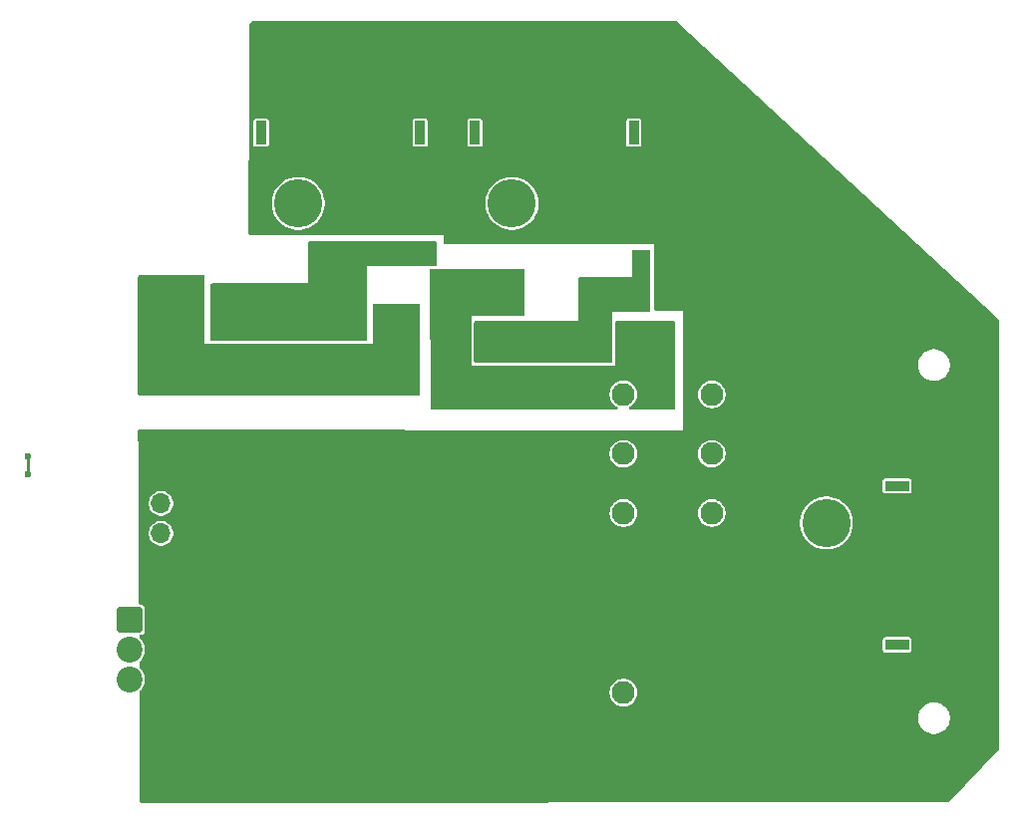
<source format=gbr>
%TF.GenerationSoftware,KiCad,Pcbnew,9.0.4*%
%TF.CreationDate,2025-10-16T20:01:58-07:00*%
%TF.ProjectId,E-Stop,452d5374-6f70-42e6-9b69-6361645f7063,rev?*%
%TF.SameCoordinates,Original*%
%TF.FileFunction,Copper,L2,Bot*%
%TF.FilePolarity,Positive*%
%FSLAX46Y46*%
G04 Gerber Fmt 4.6, Leading zero omitted, Abs format (unit mm)*
G04 Created by KiCad (PCBNEW 9.0.4) date 2025-10-16 20:01:58*
%MOMM*%
%LPD*%
G01*
G04 APERTURE LIST*
G04 Aperture macros list*
%AMRoundRect*
0 Rectangle with rounded corners*
0 $1 Rounding radius*
0 $2 $3 $4 $5 $6 $7 $8 $9 X,Y pos of 4 corners*
0 Add a 4 corners polygon primitive as box body*
4,1,4,$2,$3,$4,$5,$6,$7,$8,$9,$2,$3,0*
0 Add four circle primitives for the rounded corners*
1,1,$1+$1,$2,$3*
1,1,$1+$1,$4,$5*
1,1,$1+$1,$6,$7*
1,1,$1+$1,$8,$9*
0 Add four rect primitives between the rounded corners*
20,1,$1+$1,$2,$3,$4,$5,0*
20,1,$1+$1,$4,$5,$6,$7,0*
20,1,$1+$1,$6,$7,$8,$9,0*
20,1,$1+$1,$8,$9,$2,$3,0*%
G04 Aperture macros list end*
%TA.AperFunction,ComponentPad*%
%ADD10R,0.900000X2.000000*%
%TD*%
%TA.AperFunction,ComponentPad*%
%ADD11RoundRect,1.025000X-1.025000X-1.025000X1.025000X-1.025000X1.025000X1.025000X-1.025000X1.025000X0*%
%TD*%
%TA.AperFunction,ComponentPad*%
%ADD12C,4.100000*%
%TD*%
%TA.AperFunction,ComponentPad*%
%ADD13C,1.950000*%
%TD*%
%TA.AperFunction,ComponentPad*%
%ADD14R,1.700000X1.700000*%
%TD*%
%TA.AperFunction,ComponentPad*%
%ADD15O,1.700000X1.700000*%
%TD*%
%TA.AperFunction,ComponentPad*%
%ADD16RoundRect,0.249999X-0.850001X0.850001X-0.850001X-0.850001X0.850001X-0.850001X0.850001X0.850001X0*%
%TD*%
%TA.AperFunction,ComponentPad*%
%ADD17C,2.200000*%
%TD*%
%TA.AperFunction,ComponentPad*%
%ADD18R,2.000000X0.900000*%
%TD*%
%TA.AperFunction,ComponentPad*%
%ADD19RoundRect,1.025000X-1.025000X1.025000X-1.025000X-1.025000X1.025000X-1.025000X1.025000X1.025000X0*%
%TD*%
%TA.AperFunction,ViaPad*%
%ADD20C,0.600000*%
%TD*%
%TA.AperFunction,Conductor*%
%ADD21C,0.254000*%
%TD*%
G04 APERTURE END LIST*
D10*
%TO.P,J2,*%
%TO.N,*%
X152150000Y-68000000D03*
X165650000Y-68000000D03*
D11*
%TO.P,J2,1,Pin_1*%
%TO.N,GND*%
X162500000Y-74000000D03*
D12*
%TO.P,J2,2,Pin_2*%
%TO.N,Vbat2*%
X155300000Y-74000000D03*
%TD*%
D10*
%TO.P,J1,*%
%TO.N,*%
X134000000Y-68000000D03*
X147500000Y-68000000D03*
D11*
%TO.P,J1,1,Pin_1*%
%TO.N,GND*%
X144350000Y-74000000D03*
D12*
%TO.P,J1,2,Pin_2*%
%TO.N,Vbat*%
X137150000Y-74000000D03*
%TD*%
D13*
%TO.P,K1,11*%
%TO.N,unconnected-(K1-Pad11)*%
X164770000Y-95270000D03*
%TO.P,K1,12*%
%TO.N,unconnected-(K1-Pad12)*%
X164770000Y-100310000D03*
%TO.P,K1,14*%
%TO.N,unconnected-(K1-Pad14)*%
X164770000Y-90230000D03*
%TO.P,K1,21*%
%TO.N,Vin*%
X172270000Y-95270000D03*
%TO.P,K1,22*%
%TO.N,/Relay wire*%
X172270000Y-100310000D03*
%TO.P,K1,24*%
%TO.N,unconnected-(K1-Pad24)*%
X172270000Y-90230000D03*
%TO.P,K1,A1*%
%TO.N,Net-(D1-K)*%
X164770000Y-115570000D03*
%TO.P,K1,A2*%
%TO.N,GND*%
X172270000Y-115570000D03*
%TD*%
D14*
%TO.P,J3,1,Pin_1*%
%TO.N,GND*%
X125500000Y-96960000D03*
D15*
%TO.P,J3,2,Pin_2*%
%TO.N,Input*%
X125500000Y-99500000D03*
%TO.P,J3,3,Pin_3*%
%TO.N,/Vout*%
X125500000Y-102040000D03*
%TD*%
D16*
%TO.P,Button,1,Pin_1*%
%TO.N,unconnected-(J4-Pin_1-Pad1)*%
X122834400Y-109372400D03*
D17*
%TO.P,Button,2,Pin_2*%
%TO.N,+3.3V*%
X122834400Y-111912400D03*
%TO.P,Button,3,Pin_3*%
%TO.N,Net-(J4-Pin_3)*%
X122834400Y-114452400D03*
%TD*%
D18*
%TO.P,J5,*%
%TO.N,*%
X188000000Y-98000000D03*
X188000000Y-111500000D03*
D19*
%TO.P,J5,1,Pin_1*%
%TO.N,GND*%
X182000000Y-108350000D03*
D12*
%TO.P,J5,2,Pin_2*%
%TO.N,/Relay wire*%
X182000000Y-101150000D03*
%TD*%
D20*
%TO.N,Vbat*%
X126650000Y-82450000D03*
X128000000Y-81650000D03*
X145050000Y-84600000D03*
X145050000Y-83450000D03*
X146150000Y-83450000D03*
X126650000Y-80800000D03*
X128000000Y-80800000D03*
X145050000Y-85700000D03*
X126650000Y-81650000D03*
X146150000Y-84600000D03*
X146200000Y-85700000D03*
X128000000Y-82450000D03*
%TO.N,GND*%
X144130000Y-69070000D03*
X163590000Y-67590000D03*
X162360000Y-68950000D03*
X143660000Y-95410000D03*
X144620000Y-95430000D03*
X145380000Y-69100000D03*
X172960000Y-108080000D03*
X144140000Y-67680000D03*
X162370000Y-67560000D03*
X143660000Y-95410000D03*
X163610000Y-68980000D03*
X173270000Y-123220000D03*
X145360000Y-67710000D03*
X145360000Y-67710000D03*
X172980000Y-109470000D03*
X171740000Y-108050000D03*
X144530000Y-94080000D03*
X144130000Y-69070000D03*
X173270000Y-121720000D03*
X144620000Y-95430000D03*
X162360000Y-68950000D03*
X162370000Y-67560000D03*
X172980000Y-109470000D03*
X171730000Y-109440000D03*
X163610000Y-68980000D03*
X163590000Y-67590000D03*
X145380000Y-69100000D03*
X172960000Y-108080000D03*
X171740000Y-108050000D03*
X173270000Y-120220000D03*
X171730000Y-109440000D03*
X143660000Y-94100000D03*
X143660000Y-94100000D03*
X144140000Y-67680000D03*
X144530000Y-94080000D03*
%TO.N,Net-(Q1B-C2)*%
X162350000Y-86800000D03*
X166610000Y-78820000D03*
X162350000Y-84650000D03*
X154050000Y-86650000D03*
X152950000Y-86650000D03*
X152950000Y-85500000D03*
X152950000Y-84400000D03*
X162350000Y-85850000D03*
X165880000Y-78810000D03*
X163350000Y-86800000D03*
%TO.N,Net-(Q2B-C2)*%
X130300000Y-84950000D03*
X130300000Y-83850000D03*
X131200000Y-83850000D03*
X139100000Y-84000000D03*
X148500000Y-78300000D03*
X139900000Y-84050000D03*
X148500000Y-77600000D03*
X139900000Y-83150000D03*
X131250000Y-84950000D03*
X147700000Y-78300000D03*
X139100000Y-83150000D03*
%TO.N,Vbat2*%
X168210000Y-85710000D03*
X152520000Y-82590000D03*
X151650000Y-82560000D03*
X166580000Y-84610000D03*
X153350000Y-81460000D03*
X153340000Y-82560000D03*
X151710000Y-81460000D03*
X167410000Y-84600000D03*
X167390000Y-85740000D03*
X168220000Y-84610000D03*
X166520000Y-85710000D03*
X152540000Y-81450000D03*
%TO.N,Net-(U2-\u002ACLR)*%
X114200000Y-95509500D03*
X114200000Y-97000000D03*
%TD*%
D21*
%TO.N,Net-(U2-\u002ACLR)*%
X114200000Y-97000000D02*
X114200000Y-95509500D01*
%TD*%
%TA.AperFunction,Conductor*%
%TO.N,Vbat2*%
G36*
X156303039Y-79559685D02*
G01*
X156348794Y-79612489D01*
X156360000Y-79664000D01*
X156360000Y-83427200D01*
X156340315Y-83494239D01*
X156287511Y-83539994D01*
X156236538Y-83551199D01*
X151899999Y-83569999D01*
X151897942Y-83970015D01*
X151892921Y-84004313D01*
X151873303Y-84071121D01*
X151873302Y-84071129D01*
X151867703Y-84110073D01*
X151864977Y-84129030D01*
X151864977Y-87376050D01*
X151869661Y-87419673D01*
X151869664Y-87419693D01*
X151877172Y-87454239D01*
X151880000Y-87480571D01*
X151880000Y-87770000D01*
X164080000Y-87770000D01*
X164070002Y-85950364D01*
X164070000Y-85949683D01*
X164070000Y-84129027D01*
X164089685Y-84061988D01*
X164142489Y-84016233D01*
X164194000Y-84005027D01*
X165346015Y-84005027D01*
X165350031Y-84002834D01*
X165376389Y-84000000D01*
X169046000Y-84000000D01*
X169113039Y-84019685D01*
X169158794Y-84072489D01*
X169170000Y-84124000D01*
X169170000Y-91385039D01*
X169150315Y-91452078D01*
X169097511Y-91497833D01*
X169045821Y-91509039D01*
X165375717Y-91503743D01*
X165308706Y-91483962D01*
X165263027Y-91431092D01*
X165253184Y-91361919D01*
X165282300Y-91298405D01*
X165319600Y-91269259D01*
X165386096Y-91235378D01*
X165535787Y-91126621D01*
X165666621Y-90995787D01*
X165775378Y-90846096D01*
X165859379Y-90681235D01*
X165916555Y-90505264D01*
X165945500Y-90322514D01*
X165945500Y-90137486D01*
X165916555Y-89954736D01*
X165859379Y-89778765D01*
X165859379Y-89778764D01*
X165775377Y-89613903D01*
X165763883Y-89598083D01*
X165666621Y-89464213D01*
X165535787Y-89333379D01*
X165386096Y-89224622D01*
X165221235Y-89140620D01*
X165221232Y-89140619D01*
X165045265Y-89083445D01*
X164953889Y-89068972D01*
X164862514Y-89054500D01*
X164677486Y-89054500D01*
X164616569Y-89064148D01*
X164494734Y-89083445D01*
X164318767Y-89140619D01*
X164318764Y-89140620D01*
X164153903Y-89224622D01*
X164105210Y-89260000D01*
X164004213Y-89333379D01*
X164004211Y-89333381D01*
X164004210Y-89333381D01*
X163873381Y-89464210D01*
X163873381Y-89464211D01*
X163873379Y-89464213D01*
X163854551Y-89490128D01*
X163764622Y-89613903D01*
X163680620Y-89778764D01*
X163680619Y-89778767D01*
X163623445Y-89954734D01*
X163594500Y-90137486D01*
X163594500Y-90322513D01*
X163623445Y-90505265D01*
X163680619Y-90681232D01*
X163680620Y-90681235D01*
X163764622Y-90846096D01*
X163873379Y-90995787D01*
X164004213Y-91126621D01*
X164153904Y-91235378D01*
X164216957Y-91267505D01*
X164267753Y-91315480D01*
X164284548Y-91383301D01*
X164262011Y-91449435D01*
X164207296Y-91492887D01*
X164160483Y-91501990D01*
X148504740Y-91479399D01*
X148437729Y-91459618D01*
X148392050Y-91406748D01*
X148380920Y-91355831D01*
X148340431Y-79664429D01*
X148359883Y-79597322D01*
X148412528Y-79551385D01*
X148464430Y-79540000D01*
X156236000Y-79540000D01*
X156303039Y-79559685D01*
G37*
%TD.AperFunction*%
%TD*%
%TA.AperFunction,Conductor*%
%TO.N,Net-(Q1B-C2)*%
G36*
X167001396Y-77969685D02*
G01*
X167047151Y-78022489D01*
X167058357Y-78073719D01*
X167069717Y-83095336D01*
X167050184Y-83162420D01*
X166997483Y-83208295D01*
X166945335Y-83219616D01*
X163820000Y-83209999D01*
X163819999Y-83209999D01*
X163820369Y-84055557D01*
X163820477Y-84056534D01*
X163820477Y-87380850D01*
X163800792Y-87447889D01*
X163747988Y-87493644D01*
X163696425Y-87504850D01*
X152194425Y-87500051D01*
X152127394Y-87480338D01*
X152081661Y-87427515D01*
X152070477Y-87376051D01*
X152070477Y-84129027D01*
X152090162Y-84061988D01*
X152142966Y-84016233D01*
X152194477Y-84005027D01*
X160930000Y-84005027D01*
X160930000Y-80383727D01*
X160949685Y-80316688D01*
X161002489Y-80270933D01*
X161053724Y-80259727D01*
X165470000Y-80250000D01*
X165485013Y-78073145D01*
X165505159Y-78006243D01*
X165558278Y-77960853D01*
X165609010Y-77950000D01*
X166934357Y-77950000D01*
X167001396Y-77969685D01*
G37*
%TD.AperFunction*%
%TD*%
%TA.AperFunction,Conductor*%
%TO.N,Vbat*%
G36*
X129143039Y-80119685D02*
G01*
X129188794Y-80172489D01*
X129200000Y-80224000D01*
X129200000Y-85950000D01*
X143500000Y-85950000D01*
X143500000Y-82624000D01*
X143519685Y-82556961D01*
X143572489Y-82511206D01*
X143624000Y-82500000D01*
X147376000Y-82500000D01*
X147443039Y-82519685D01*
X147488794Y-82572489D01*
X147500000Y-82624000D01*
X147500000Y-90226000D01*
X147480315Y-90293039D01*
X147427511Y-90338794D01*
X147376000Y-90350000D01*
X123674000Y-90350000D01*
X123606961Y-90330315D01*
X123561206Y-90277511D01*
X123550000Y-90226000D01*
X123550000Y-80224000D01*
X123569685Y-80156961D01*
X123622489Y-80111206D01*
X123674000Y-80100000D01*
X129076000Y-80100000D01*
X129143039Y-80119685D01*
G37*
%TD.AperFunction*%
%TD*%
%TA.AperFunction,Conductor*%
%TO.N,GND*%
G36*
X169321890Y-58520185D02*
G01*
X169339206Y-58533614D01*
X196500363Y-83742686D01*
X196597377Y-83832727D01*
X196633123Y-83892760D01*
X196637023Y-83923613D01*
X196637023Y-120401255D01*
X196617338Y-120468294D01*
X196602782Y-120486808D01*
X192459488Y-124833801D01*
X192398986Y-124868747D01*
X192369847Y-124872248D01*
X123838015Y-124937562D01*
X123770957Y-124917941D01*
X123725152Y-124865181D01*
X123713899Y-124814204D01*
X123676667Y-117625781D01*
X189787023Y-117625781D01*
X189787023Y-117838354D01*
X189820276Y-118048307D01*
X189885967Y-118250482D01*
X189982474Y-118439888D01*
X190107413Y-118611854D01*
X190257736Y-118762177D01*
X190429702Y-118887116D01*
X190429704Y-118887117D01*
X190429707Y-118887119D01*
X190619111Y-118983625D01*
X190821280Y-119049314D01*
X191031236Y-119082568D01*
X191031237Y-119082568D01*
X191243809Y-119082568D01*
X191243810Y-119082568D01*
X191453766Y-119049314D01*
X191655935Y-118983625D01*
X191845339Y-118887119D01*
X191867312Y-118871154D01*
X192017309Y-118762177D01*
X192017311Y-118762174D01*
X192017315Y-118762172D01*
X192167627Y-118611860D01*
X192167629Y-118611856D01*
X192167632Y-118611854D01*
X192292571Y-118439888D01*
X192292570Y-118439888D01*
X192292574Y-118439884D01*
X192389080Y-118250480D01*
X192454769Y-118048311D01*
X192488023Y-117838355D01*
X192488023Y-117625781D01*
X192454769Y-117415825D01*
X192389080Y-117213656D01*
X192292574Y-117024252D01*
X192292572Y-117024249D01*
X192292571Y-117024247D01*
X192167632Y-116852281D01*
X192017309Y-116701958D01*
X191845343Y-116577019D01*
X191655937Y-116480512D01*
X191655936Y-116480511D01*
X191655935Y-116480511D01*
X191453766Y-116414822D01*
X191453764Y-116414821D01*
X191453763Y-116414821D01*
X191292480Y-116389276D01*
X191243810Y-116381568D01*
X191031236Y-116381568D01*
X190982565Y-116389276D01*
X190821283Y-116414821D01*
X190619108Y-116480512D01*
X190429702Y-116577019D01*
X190257736Y-116701958D01*
X190107413Y-116852281D01*
X189982474Y-117024247D01*
X189885967Y-117213653D01*
X189820276Y-117415828D01*
X189787023Y-117625781D01*
X123676667Y-117625781D01*
X123665720Y-115512266D01*
X123674296Y-115482491D01*
X123675385Y-115477486D01*
X163594500Y-115477486D01*
X163594500Y-115662513D01*
X163623445Y-115845265D01*
X163680619Y-116021232D01*
X163680620Y-116021235D01*
X163764622Y-116186096D01*
X163873379Y-116335787D01*
X164004213Y-116466621D01*
X164153904Y-116575378D01*
X164234763Y-116616577D01*
X164318764Y-116659379D01*
X164318767Y-116659380D01*
X164406750Y-116687967D01*
X164494736Y-116716555D01*
X164677486Y-116745500D01*
X164677487Y-116745500D01*
X164862513Y-116745500D01*
X164862514Y-116745500D01*
X165045264Y-116716555D01*
X165221235Y-116659379D01*
X165386096Y-116575378D01*
X165535787Y-116466621D01*
X165666621Y-116335787D01*
X165775378Y-116186096D01*
X165859379Y-116021235D01*
X165916555Y-115845264D01*
X165945500Y-115662514D01*
X165945500Y-115477486D01*
X165916555Y-115294736D01*
X165887967Y-115206750D01*
X165859380Y-115118767D01*
X165859379Y-115118764D01*
X165775377Y-114953903D01*
X165666621Y-114804213D01*
X165535787Y-114673379D01*
X165386096Y-114564622D01*
X165366723Y-114554751D01*
X165221235Y-114480620D01*
X165221232Y-114480619D01*
X165045265Y-114423445D01*
X164953889Y-114408972D01*
X164862514Y-114394500D01*
X164677486Y-114394500D01*
X164616569Y-114404148D01*
X164494734Y-114423445D01*
X164318767Y-114480619D01*
X164318764Y-114480620D01*
X164153903Y-114564622D01*
X164068499Y-114626672D01*
X164004213Y-114673379D01*
X164004211Y-114673381D01*
X164004210Y-114673381D01*
X163873381Y-114804210D01*
X163873381Y-114804211D01*
X163873379Y-114804213D01*
X163826672Y-114868499D01*
X163764622Y-114953903D01*
X163680620Y-115118764D01*
X163680619Y-115118767D01*
X163623445Y-115294734D01*
X163594500Y-115477486D01*
X123675385Y-115477486D01*
X123680885Y-115452203D01*
X123684354Y-115447568D01*
X123685056Y-115445132D01*
X123702036Y-115423949D01*
X123741052Y-115384933D01*
X123826366Y-115299619D01*
X123826368Y-115299615D01*
X123826371Y-115299613D01*
X123879132Y-115226990D01*
X123946687Y-115134010D01*
X124039620Y-114951619D01*
X124102877Y-114756934D01*
X124134900Y-114554752D01*
X124134900Y-114350048D01*
X124102877Y-114147866D01*
X124039620Y-113953181D01*
X124039618Y-113953178D01*
X124039618Y-113953176D01*
X124005903Y-113887007D01*
X123946687Y-113770790D01*
X123938956Y-113760149D01*
X123826371Y-113605186D01*
X123691007Y-113469822D01*
X123657522Y-113408499D01*
X123654691Y-113382792D01*
X123652632Y-112985356D01*
X123671969Y-112918219D01*
X123688949Y-112897036D01*
X123826366Y-112759619D01*
X123826368Y-112759615D01*
X123826371Y-112759613D01*
X123879132Y-112686990D01*
X123946687Y-112594010D01*
X124039620Y-112411619D01*
X124102877Y-112216934D01*
X124134900Y-112014752D01*
X124134900Y-111810048D01*
X124102877Y-111607866D01*
X124039620Y-111413181D01*
X124039618Y-111413178D01*
X124039618Y-111413176D01*
X124005903Y-111347007D01*
X123946687Y-111230790D01*
X123934218Y-111213628D01*
X123849517Y-111097045D01*
X123849516Y-111097044D01*
X123826369Y-111065184D01*
X123791432Y-111030247D01*
X186799500Y-111030247D01*
X186799500Y-111969752D01*
X186811131Y-112028229D01*
X186811132Y-112028230D01*
X186855447Y-112094552D01*
X186921769Y-112138867D01*
X186921770Y-112138868D01*
X186980247Y-112150499D01*
X186980250Y-112150500D01*
X186980252Y-112150500D01*
X189019750Y-112150500D01*
X189019751Y-112150499D01*
X189034568Y-112147552D01*
X189078229Y-112138868D01*
X189078229Y-112138867D01*
X189078231Y-112138867D01*
X189144552Y-112094552D01*
X189188867Y-112028231D01*
X189188867Y-112028229D01*
X189188868Y-112028229D01*
X189200499Y-111969752D01*
X189200500Y-111969750D01*
X189200500Y-111030249D01*
X189200499Y-111030247D01*
X189188868Y-110971770D01*
X189188867Y-110971769D01*
X189144552Y-110905447D01*
X189078230Y-110861132D01*
X189078229Y-110861131D01*
X189019752Y-110849500D01*
X189019748Y-110849500D01*
X186980252Y-110849500D01*
X186980247Y-110849500D01*
X186921770Y-110861131D01*
X186921769Y-110861132D01*
X186855447Y-110905447D01*
X186811132Y-110971769D01*
X186811131Y-110971770D01*
X186799500Y-111030247D01*
X123791432Y-111030247D01*
X123678174Y-110916989D01*
X123679747Y-110915415D01*
X123665757Y-110893891D01*
X123646736Y-110864748D01*
X123646712Y-110864590D01*
X123646669Y-110864524D01*
X123641467Y-110829622D01*
X123641290Y-110795584D01*
X123660627Y-110728447D01*
X123713194Y-110682420D01*
X123753712Y-110671488D01*
X123769100Y-110670046D01*
X123897283Y-110625193D01*
X124006550Y-110544550D01*
X124087193Y-110435283D01*
X124109619Y-110371191D01*
X124132046Y-110307102D01*
X124132046Y-110307100D01*
X124134900Y-110276667D01*
X124134899Y-108468134D01*
X124132046Y-108437700D01*
X124087193Y-108309517D01*
X124006550Y-108200249D01*
X123932523Y-108145615D01*
X123897283Y-108119607D01*
X123897281Y-108119606D01*
X123769101Y-108074753D01*
X123738965Y-108071927D01*
X123674057Y-108046068D01*
X123633433Y-107989222D01*
X123626547Y-107949114D01*
X123595405Y-101936530D01*
X124449500Y-101936530D01*
X124449500Y-102143469D01*
X124489868Y-102346412D01*
X124489870Y-102346420D01*
X124569058Y-102537596D01*
X124684024Y-102709657D01*
X124830342Y-102855975D01*
X124830345Y-102855977D01*
X125002402Y-102970941D01*
X125193580Y-103050130D01*
X125396530Y-103090499D01*
X125396534Y-103090500D01*
X125396535Y-103090500D01*
X125603466Y-103090500D01*
X125603467Y-103090499D01*
X125806420Y-103050130D01*
X125997598Y-102970941D01*
X126169655Y-102855977D01*
X126315977Y-102709655D01*
X126430941Y-102537598D01*
X126510130Y-102346420D01*
X126550500Y-102143465D01*
X126550500Y-101936535D01*
X126510130Y-101733580D01*
X126430941Y-101542402D01*
X126315977Y-101370345D01*
X126315975Y-101370342D01*
X126169657Y-101224024D01*
X126083626Y-101166541D01*
X125997598Y-101109059D01*
X125806420Y-101029870D01*
X125806412Y-101029868D01*
X125603469Y-100989500D01*
X125603465Y-100989500D01*
X125396535Y-100989500D01*
X125396530Y-100989500D01*
X125193587Y-101029868D01*
X125193579Y-101029870D01*
X125002403Y-101109058D01*
X124830342Y-101224024D01*
X124684024Y-101370342D01*
X124569058Y-101542403D01*
X124489870Y-101733579D01*
X124489868Y-101733587D01*
X124449500Y-101936530D01*
X123595405Y-101936530D01*
X123582249Y-99396530D01*
X124449500Y-99396530D01*
X124449500Y-99603469D01*
X124489868Y-99806412D01*
X124489870Y-99806420D01*
X124569058Y-99997596D01*
X124684024Y-100169657D01*
X124830342Y-100315975D01*
X124830345Y-100315977D01*
X125002402Y-100430941D01*
X125193580Y-100510130D01*
X125396530Y-100550499D01*
X125396534Y-100550500D01*
X125396535Y-100550500D01*
X125603466Y-100550500D01*
X125603467Y-100550499D01*
X125806420Y-100510130D01*
X125997598Y-100430941D01*
X126169655Y-100315977D01*
X126268146Y-100217486D01*
X163594500Y-100217486D01*
X163594500Y-100402514D01*
X163608972Y-100493889D01*
X163623445Y-100585265D01*
X163680619Y-100761232D01*
X163680620Y-100761235D01*
X163764621Y-100926094D01*
X163764622Y-100926096D01*
X163873379Y-101075787D01*
X164004213Y-101206621D01*
X164153904Y-101315378D01*
X164234763Y-101356577D01*
X164318764Y-101399379D01*
X164318767Y-101399380D01*
X164406750Y-101427967D01*
X164494736Y-101456555D01*
X164677486Y-101485500D01*
X164677487Y-101485500D01*
X164862513Y-101485500D01*
X164862514Y-101485500D01*
X165045264Y-101456555D01*
X165221235Y-101399379D01*
X165386096Y-101315378D01*
X165535787Y-101206621D01*
X165666621Y-101075787D01*
X165775378Y-100926096D01*
X165859379Y-100761235D01*
X165916555Y-100585264D01*
X165945500Y-100402514D01*
X165945500Y-100217486D01*
X171094500Y-100217486D01*
X171094500Y-100402514D01*
X171108972Y-100493889D01*
X171123445Y-100585265D01*
X171180619Y-100761232D01*
X171180620Y-100761235D01*
X171264621Y-100926094D01*
X171264622Y-100926096D01*
X171373379Y-101075787D01*
X171504213Y-101206621D01*
X171653904Y-101315378D01*
X171734763Y-101356577D01*
X171818764Y-101399379D01*
X171818767Y-101399380D01*
X171906750Y-101427967D01*
X171994736Y-101456555D01*
X172177486Y-101485500D01*
X172177487Y-101485500D01*
X172362513Y-101485500D01*
X172362514Y-101485500D01*
X172545264Y-101456555D01*
X172721235Y-101399379D01*
X172886096Y-101315378D01*
X173035787Y-101206621D01*
X173166621Y-101075787D01*
X173219877Y-101002486D01*
X179749500Y-101002486D01*
X179749500Y-101297513D01*
X179762912Y-101399380D01*
X179788007Y-101589993D01*
X179826481Y-101733580D01*
X179864361Y-101874951D01*
X179864364Y-101874961D01*
X179977254Y-102147500D01*
X179977258Y-102147510D01*
X180124761Y-102402993D01*
X180304352Y-102637040D01*
X180304358Y-102637047D01*
X180512952Y-102845641D01*
X180512959Y-102845647D01*
X180747006Y-103025238D01*
X181002489Y-103172741D01*
X181002490Y-103172741D01*
X181002493Y-103172743D01*
X181275048Y-103285639D01*
X181560007Y-103361993D01*
X181852494Y-103400500D01*
X181852501Y-103400500D01*
X182147499Y-103400500D01*
X182147506Y-103400500D01*
X182439993Y-103361993D01*
X182724952Y-103285639D01*
X182997507Y-103172743D01*
X183252994Y-103025238D01*
X183487042Y-102845646D01*
X183695646Y-102637042D01*
X183875238Y-102402994D01*
X184022743Y-102147507D01*
X184135639Y-101874952D01*
X184211993Y-101589993D01*
X184250500Y-101297506D01*
X184250500Y-101002494D01*
X184211993Y-100710007D01*
X184135639Y-100425048D01*
X184022743Y-100152493D01*
X184017680Y-100143724D01*
X183875238Y-99897006D01*
X183695647Y-99662959D01*
X183695641Y-99662952D01*
X183487047Y-99454358D01*
X183487040Y-99454352D01*
X183252993Y-99274761D01*
X182997510Y-99127258D01*
X182997500Y-99127254D01*
X182724961Y-99014364D01*
X182724954Y-99014362D01*
X182724952Y-99014361D01*
X182439993Y-98938007D01*
X182391113Y-98931571D01*
X182147513Y-98899500D01*
X182147506Y-98899500D01*
X181852494Y-98899500D01*
X181852486Y-98899500D01*
X181574085Y-98936153D01*
X181560007Y-98938007D01*
X181319680Y-99002402D01*
X181275048Y-99014361D01*
X181275038Y-99014364D01*
X181002499Y-99127254D01*
X181002489Y-99127258D01*
X180747006Y-99274761D01*
X180512959Y-99454352D01*
X180512952Y-99454358D01*
X180304358Y-99662952D01*
X180304352Y-99662959D01*
X180124761Y-99897006D01*
X179977258Y-100152489D01*
X179977254Y-100152499D01*
X179864364Y-100425038D01*
X179864361Y-100425048D01*
X179830747Y-100550500D01*
X179788008Y-100710004D01*
X179788006Y-100710015D01*
X179749500Y-101002486D01*
X173219877Y-101002486D01*
X173275378Y-100926096D01*
X173359379Y-100761235D01*
X173416555Y-100585264D01*
X173445500Y-100402514D01*
X173445500Y-100217486D01*
X173416555Y-100034736D01*
X173359379Y-99858765D01*
X173359379Y-99858764D01*
X173275377Y-99693903D01*
X173252894Y-99662958D01*
X173166621Y-99544213D01*
X173035787Y-99413379D01*
X172886096Y-99304622D01*
X172827491Y-99274761D01*
X172721235Y-99220620D01*
X172721232Y-99220619D01*
X172545265Y-99163445D01*
X172453889Y-99148972D01*
X172362514Y-99134500D01*
X172177486Y-99134500D01*
X172116569Y-99144148D01*
X171994734Y-99163445D01*
X171818767Y-99220619D01*
X171818764Y-99220620D01*
X171653903Y-99304622D01*
X171568499Y-99366672D01*
X171504213Y-99413379D01*
X171504211Y-99413381D01*
X171504210Y-99413381D01*
X171373381Y-99544210D01*
X171373381Y-99544211D01*
X171373379Y-99544213D01*
X171330330Y-99603465D01*
X171264622Y-99693903D01*
X171180620Y-99858764D01*
X171180619Y-99858767D01*
X171123445Y-100034734D01*
X171104794Y-100152493D01*
X171094500Y-100217486D01*
X165945500Y-100217486D01*
X165916555Y-100034736D01*
X165859379Y-99858765D01*
X165859379Y-99858764D01*
X165775377Y-99693903D01*
X165752894Y-99662958D01*
X165666621Y-99544213D01*
X165535787Y-99413379D01*
X165386096Y-99304622D01*
X165327491Y-99274761D01*
X165221235Y-99220620D01*
X165221232Y-99220619D01*
X165045265Y-99163445D01*
X164953889Y-99148972D01*
X164862514Y-99134500D01*
X164677486Y-99134500D01*
X164616569Y-99144148D01*
X164494734Y-99163445D01*
X164318767Y-99220619D01*
X164318764Y-99220620D01*
X164153903Y-99304622D01*
X164068499Y-99366672D01*
X164004213Y-99413379D01*
X164004211Y-99413381D01*
X164004210Y-99413381D01*
X163873381Y-99544210D01*
X163873381Y-99544211D01*
X163873379Y-99544213D01*
X163830330Y-99603465D01*
X163764622Y-99693903D01*
X163680620Y-99858764D01*
X163680619Y-99858767D01*
X163623445Y-100034734D01*
X163604794Y-100152493D01*
X163594500Y-100217486D01*
X126268146Y-100217486D01*
X126315977Y-100169655D01*
X126430941Y-99997598D01*
X126510130Y-99806420D01*
X126550500Y-99603465D01*
X126550500Y-99396535D01*
X126510130Y-99193580D01*
X126430941Y-99002402D01*
X126315977Y-98830345D01*
X126315975Y-98830342D01*
X126169657Y-98684024D01*
X126035751Y-98594552D01*
X125997598Y-98569059D01*
X125806420Y-98489870D01*
X125806412Y-98489868D01*
X125603469Y-98449500D01*
X125603465Y-98449500D01*
X125396535Y-98449500D01*
X125396530Y-98449500D01*
X125193587Y-98489868D01*
X125193579Y-98489870D01*
X125002403Y-98569058D01*
X124830342Y-98684024D01*
X124684024Y-98830342D01*
X124569058Y-99002403D01*
X124489870Y-99193579D01*
X124489868Y-99193587D01*
X124449500Y-99396530D01*
X123582249Y-99396530D01*
X123572583Y-97530247D01*
X186799500Y-97530247D01*
X186799500Y-98469752D01*
X186811131Y-98528229D01*
X186811132Y-98528230D01*
X186855447Y-98594552D01*
X186921769Y-98638867D01*
X186921770Y-98638868D01*
X186980247Y-98650499D01*
X186980250Y-98650500D01*
X186980252Y-98650500D01*
X189019750Y-98650500D01*
X189019751Y-98650499D01*
X189034568Y-98647552D01*
X189078229Y-98638868D01*
X189078229Y-98638867D01*
X189078231Y-98638867D01*
X189144552Y-98594552D01*
X189188867Y-98528231D01*
X189188867Y-98528229D01*
X189188868Y-98528229D01*
X189200499Y-98469752D01*
X189200500Y-98469750D01*
X189200500Y-97530249D01*
X189200499Y-97530247D01*
X189188868Y-97471770D01*
X189188867Y-97471769D01*
X189144552Y-97405447D01*
X189078230Y-97361132D01*
X189078229Y-97361131D01*
X189019752Y-97349500D01*
X189019748Y-97349500D01*
X186980252Y-97349500D01*
X186980247Y-97349500D01*
X186921770Y-97361131D01*
X186921769Y-97361132D01*
X186855447Y-97405447D01*
X186811132Y-97471769D01*
X186811131Y-97471770D01*
X186799500Y-97530247D01*
X123572583Y-97530247D01*
X123560397Y-95177486D01*
X163594500Y-95177486D01*
X163594500Y-95362513D01*
X163623445Y-95545265D01*
X163680619Y-95721232D01*
X163680620Y-95721235D01*
X163764622Y-95886096D01*
X163873379Y-96035787D01*
X164004213Y-96166621D01*
X164153904Y-96275378D01*
X164234763Y-96316577D01*
X164318764Y-96359379D01*
X164318767Y-96359380D01*
X164406750Y-96387967D01*
X164494736Y-96416555D01*
X164677486Y-96445500D01*
X164677487Y-96445500D01*
X164862513Y-96445500D01*
X164862514Y-96445500D01*
X165045264Y-96416555D01*
X165221235Y-96359379D01*
X165386096Y-96275378D01*
X165535787Y-96166621D01*
X165666621Y-96035787D01*
X165775378Y-95886096D01*
X165859379Y-95721235D01*
X165916555Y-95545264D01*
X165945500Y-95362514D01*
X165945500Y-95177486D01*
X171094500Y-95177486D01*
X171094500Y-95362513D01*
X171123445Y-95545265D01*
X171180619Y-95721232D01*
X171180620Y-95721235D01*
X171264622Y-95886096D01*
X171373379Y-96035787D01*
X171504213Y-96166621D01*
X171653904Y-96275378D01*
X171734763Y-96316577D01*
X171818764Y-96359379D01*
X171818767Y-96359380D01*
X171906750Y-96387967D01*
X171994736Y-96416555D01*
X172177486Y-96445500D01*
X172177487Y-96445500D01*
X172362513Y-96445500D01*
X172362514Y-96445500D01*
X172545264Y-96416555D01*
X172721235Y-96359379D01*
X172886096Y-96275378D01*
X173035787Y-96166621D01*
X173166621Y-96035787D01*
X173275378Y-95886096D01*
X173359379Y-95721235D01*
X173416555Y-95545264D01*
X173445500Y-95362514D01*
X173445500Y-95177486D01*
X173416555Y-94994736D01*
X173359379Y-94818765D01*
X173359379Y-94818764D01*
X173275377Y-94653903D01*
X173166621Y-94504213D01*
X173035787Y-94373379D01*
X172886096Y-94264622D01*
X172721235Y-94180620D01*
X172721232Y-94180619D01*
X172545265Y-94123445D01*
X172453889Y-94108972D01*
X172362514Y-94094500D01*
X172177486Y-94094500D01*
X172116569Y-94104148D01*
X171994734Y-94123445D01*
X171818767Y-94180619D01*
X171818764Y-94180620D01*
X171653903Y-94264622D01*
X171568499Y-94326672D01*
X171504213Y-94373379D01*
X171504211Y-94373381D01*
X171504210Y-94373381D01*
X171373381Y-94504210D01*
X171373381Y-94504211D01*
X171373379Y-94504213D01*
X171326672Y-94568499D01*
X171264622Y-94653903D01*
X171180620Y-94818764D01*
X171180619Y-94818767D01*
X171123445Y-94994734D01*
X171094500Y-95177486D01*
X165945500Y-95177486D01*
X165916555Y-94994736D01*
X165859379Y-94818765D01*
X165859379Y-94818764D01*
X165775377Y-94653903D01*
X165666621Y-94504213D01*
X165535787Y-94373379D01*
X165386096Y-94264622D01*
X165221235Y-94180620D01*
X165221232Y-94180619D01*
X165045265Y-94123445D01*
X164953889Y-94108972D01*
X164862514Y-94094500D01*
X164677486Y-94094500D01*
X164616569Y-94104148D01*
X164494734Y-94123445D01*
X164318767Y-94180619D01*
X164318764Y-94180620D01*
X164153903Y-94264622D01*
X164068499Y-94326672D01*
X164004213Y-94373379D01*
X164004211Y-94373381D01*
X164004210Y-94373381D01*
X163873381Y-94504210D01*
X163873381Y-94504211D01*
X163873379Y-94504213D01*
X163826672Y-94568499D01*
X163764622Y-94653903D01*
X163680620Y-94818764D01*
X163680619Y-94818767D01*
X163623445Y-94994734D01*
X163594500Y-95177486D01*
X123560397Y-95177486D01*
X123550647Y-93295017D01*
X123569984Y-93227879D01*
X123622550Y-93181851D01*
X123675019Y-93170378D01*
X169119922Y-93307851D01*
X169829999Y-93310000D01*
X169829999Y-93309999D01*
X169830000Y-93310000D01*
X169823785Y-90137486D01*
X171094500Y-90137486D01*
X171094500Y-90322513D01*
X171123445Y-90505265D01*
X171180619Y-90681232D01*
X171180620Y-90681235D01*
X171264622Y-90846096D01*
X171373379Y-90995787D01*
X171504213Y-91126621D01*
X171653904Y-91235378D01*
X171734763Y-91276577D01*
X171818764Y-91319379D01*
X171818767Y-91319380D01*
X171906750Y-91347967D01*
X171994736Y-91376555D01*
X172177486Y-91405500D01*
X172177487Y-91405500D01*
X172362513Y-91405500D01*
X172362514Y-91405500D01*
X172545264Y-91376555D01*
X172721235Y-91319379D01*
X172886096Y-91235378D01*
X173035787Y-91126621D01*
X173166621Y-90995787D01*
X173275378Y-90846096D01*
X173359379Y-90681235D01*
X173416555Y-90505264D01*
X173445500Y-90322514D01*
X173445500Y-90137486D01*
X173416555Y-89954736D01*
X173359379Y-89778765D01*
X173359379Y-89778764D01*
X173275377Y-89613903D01*
X173166621Y-89464213D01*
X173035787Y-89333379D01*
X172886096Y-89224622D01*
X172721235Y-89140620D01*
X172721232Y-89140619D01*
X172545265Y-89083445D01*
X172453889Y-89068972D01*
X172362514Y-89054500D01*
X172177486Y-89054500D01*
X172116569Y-89064148D01*
X171994734Y-89083445D01*
X171818767Y-89140619D01*
X171818764Y-89140620D01*
X171653903Y-89224622D01*
X171568499Y-89286672D01*
X171504213Y-89333379D01*
X171504211Y-89333381D01*
X171504210Y-89333381D01*
X171373381Y-89464210D01*
X171373381Y-89464211D01*
X171373379Y-89464213D01*
X171326672Y-89528499D01*
X171264622Y-89613903D01*
X171180620Y-89778764D01*
X171180619Y-89778767D01*
X171123445Y-89954734D01*
X171094500Y-90137486D01*
X169823785Y-90137486D01*
X169818865Y-87625781D01*
X189787023Y-87625781D01*
X189787023Y-87838354D01*
X189820276Y-88048307D01*
X189885967Y-88250482D01*
X189982474Y-88439888D01*
X190107413Y-88611854D01*
X190257736Y-88762177D01*
X190429702Y-88887116D01*
X190429704Y-88887117D01*
X190429707Y-88887119D01*
X190619111Y-88983625D01*
X190821280Y-89049314D01*
X191031236Y-89082568D01*
X191031237Y-89082568D01*
X191243809Y-89082568D01*
X191243810Y-89082568D01*
X191453766Y-89049314D01*
X191655935Y-88983625D01*
X191845339Y-88887119D01*
X191867312Y-88871154D01*
X192017309Y-88762177D01*
X192017311Y-88762174D01*
X192017315Y-88762172D01*
X192167627Y-88611860D01*
X192167629Y-88611856D01*
X192167632Y-88611854D01*
X192292571Y-88439888D01*
X192292570Y-88439888D01*
X192292574Y-88439884D01*
X192389080Y-88250480D01*
X192454769Y-88048311D01*
X192488023Y-87838355D01*
X192488023Y-87625781D01*
X192454769Y-87415825D01*
X192389080Y-87213656D01*
X192292574Y-87024252D01*
X192292572Y-87024249D01*
X192292571Y-87024247D01*
X192167632Y-86852281D01*
X192017309Y-86701958D01*
X191845343Y-86577019D01*
X191655937Y-86480512D01*
X191655936Y-86480511D01*
X191655935Y-86480511D01*
X191453766Y-86414822D01*
X191453764Y-86414821D01*
X191453763Y-86414821D01*
X191292480Y-86389276D01*
X191243810Y-86381568D01*
X191031236Y-86381568D01*
X190982565Y-86389276D01*
X190821283Y-86414821D01*
X190619108Y-86480512D01*
X190429702Y-86577019D01*
X190257736Y-86701958D01*
X190107413Y-86852281D01*
X189982474Y-87024247D01*
X189885967Y-87213653D01*
X189820276Y-87415828D01*
X189787023Y-87625781D01*
X169818865Y-87625781D01*
X169810000Y-83100000D01*
X169809999Y-83100000D01*
X167524000Y-83100000D01*
X167456961Y-83080315D01*
X167411206Y-83027511D01*
X167400000Y-82976000D01*
X167400000Y-77469999D01*
X164180130Y-77460000D01*
X164180000Y-77460000D01*
X149654000Y-77460000D01*
X149586961Y-77440315D01*
X149541206Y-77387511D01*
X149530000Y-77336000D01*
X149530000Y-76680504D01*
X133064542Y-76660654D01*
X132997526Y-76640889D01*
X132951835Y-76588029D01*
X132940691Y-76536461D01*
X132944872Y-73852486D01*
X134899500Y-73852486D01*
X134899500Y-74147513D01*
X134931571Y-74391113D01*
X134938007Y-74439993D01*
X134938008Y-74439995D01*
X135014361Y-74724951D01*
X135014364Y-74724961D01*
X135127254Y-74997500D01*
X135127258Y-74997510D01*
X135274761Y-75252993D01*
X135454352Y-75487040D01*
X135454358Y-75487047D01*
X135662952Y-75695641D01*
X135662959Y-75695647D01*
X135897006Y-75875238D01*
X136152489Y-76022741D01*
X136152490Y-76022741D01*
X136152493Y-76022743D01*
X136425048Y-76135639D01*
X136710007Y-76211993D01*
X137002494Y-76250500D01*
X137002501Y-76250500D01*
X137297499Y-76250500D01*
X137297506Y-76250500D01*
X137589993Y-76211993D01*
X137874952Y-76135639D01*
X138147507Y-76022743D01*
X138402994Y-75875238D01*
X138637042Y-75695646D01*
X138845646Y-75487042D01*
X139025238Y-75252994D01*
X139172743Y-74997507D01*
X139285639Y-74724952D01*
X139361993Y-74439993D01*
X139400500Y-74147506D01*
X139400500Y-73852494D01*
X139400499Y-73852486D01*
X153049500Y-73852486D01*
X153049500Y-74147513D01*
X153081571Y-74391113D01*
X153088007Y-74439993D01*
X153088008Y-74439995D01*
X153164361Y-74724951D01*
X153164364Y-74724961D01*
X153277254Y-74997500D01*
X153277258Y-74997510D01*
X153424761Y-75252993D01*
X153604352Y-75487040D01*
X153604358Y-75487047D01*
X153812952Y-75695641D01*
X153812959Y-75695647D01*
X154047006Y-75875238D01*
X154302489Y-76022741D01*
X154302490Y-76022741D01*
X154302493Y-76022743D01*
X154575048Y-76135639D01*
X154860007Y-76211993D01*
X155152494Y-76250500D01*
X155152501Y-76250500D01*
X155447499Y-76250500D01*
X155447506Y-76250500D01*
X155739993Y-76211993D01*
X156024952Y-76135639D01*
X156297507Y-76022743D01*
X156552994Y-75875238D01*
X156787042Y-75695646D01*
X156995646Y-75487042D01*
X157175238Y-75252994D01*
X157322743Y-74997507D01*
X157435639Y-74724952D01*
X157511993Y-74439993D01*
X157550500Y-74147506D01*
X157550500Y-73852494D01*
X157511993Y-73560007D01*
X157435639Y-73275048D01*
X157322743Y-73002493D01*
X157175238Y-72747006D01*
X156995646Y-72512958D01*
X156995641Y-72512952D01*
X156787047Y-72304358D01*
X156787040Y-72304352D01*
X156552993Y-72124761D01*
X156297510Y-71977258D01*
X156297500Y-71977254D01*
X156024961Y-71864364D01*
X156024954Y-71864362D01*
X156024952Y-71864361D01*
X155739993Y-71788007D01*
X155691113Y-71781571D01*
X155447513Y-71749500D01*
X155447506Y-71749500D01*
X155152494Y-71749500D01*
X155152486Y-71749500D01*
X154874085Y-71786153D01*
X154860007Y-71788007D01*
X154575048Y-71864361D01*
X154575038Y-71864364D01*
X154302499Y-71977254D01*
X154302489Y-71977258D01*
X154047006Y-72124761D01*
X153812959Y-72304352D01*
X153812952Y-72304358D01*
X153604358Y-72512952D01*
X153604352Y-72512959D01*
X153424761Y-72747006D01*
X153277258Y-73002489D01*
X153277254Y-73002499D01*
X153164364Y-73275038D01*
X153164361Y-73275048D01*
X153088008Y-73560004D01*
X153088006Y-73560015D01*
X153049500Y-73852486D01*
X139400499Y-73852486D01*
X139361993Y-73560007D01*
X139285639Y-73275048D01*
X139172743Y-73002493D01*
X139025238Y-72747006D01*
X138845646Y-72512958D01*
X138845641Y-72512952D01*
X138637047Y-72304358D01*
X138637040Y-72304352D01*
X138402993Y-72124761D01*
X138147510Y-71977258D01*
X138147500Y-71977254D01*
X137874961Y-71864364D01*
X137874954Y-71864362D01*
X137874952Y-71864361D01*
X137589993Y-71788007D01*
X137541113Y-71781571D01*
X137297513Y-71749500D01*
X137297506Y-71749500D01*
X137002494Y-71749500D01*
X137002486Y-71749500D01*
X136724085Y-71786153D01*
X136710007Y-71788007D01*
X136425048Y-71864361D01*
X136425038Y-71864364D01*
X136152499Y-71977254D01*
X136152489Y-71977258D01*
X135897006Y-72124761D01*
X135662959Y-72304352D01*
X135662952Y-72304358D01*
X135454358Y-72512952D01*
X135454352Y-72512959D01*
X135274761Y-72747006D01*
X135127258Y-73002489D01*
X135127254Y-73002499D01*
X135014364Y-73275038D01*
X135014361Y-73275048D01*
X134938008Y-73560004D01*
X134938006Y-73560015D01*
X134899500Y-73852486D01*
X132944872Y-73852486D01*
X132955576Y-66980247D01*
X133349500Y-66980247D01*
X133349500Y-69019752D01*
X133361131Y-69078229D01*
X133361132Y-69078230D01*
X133405447Y-69144552D01*
X133471769Y-69188867D01*
X133471770Y-69188868D01*
X133530247Y-69200499D01*
X133530250Y-69200500D01*
X133530252Y-69200500D01*
X134469750Y-69200500D01*
X134469751Y-69200499D01*
X134484568Y-69197552D01*
X134528229Y-69188868D01*
X134528229Y-69188867D01*
X134528231Y-69188867D01*
X134594552Y-69144552D01*
X134638867Y-69078231D01*
X134638867Y-69078229D01*
X134638868Y-69078229D01*
X134650499Y-69019752D01*
X134650500Y-69019750D01*
X134650500Y-66980249D01*
X134650499Y-66980247D01*
X146849500Y-66980247D01*
X146849500Y-69019752D01*
X146861131Y-69078229D01*
X146861132Y-69078230D01*
X146905447Y-69144552D01*
X146971769Y-69188867D01*
X146971770Y-69188868D01*
X147030247Y-69200499D01*
X147030250Y-69200500D01*
X147030252Y-69200500D01*
X147969750Y-69200500D01*
X147969751Y-69200499D01*
X147984568Y-69197552D01*
X148028229Y-69188868D01*
X148028229Y-69188867D01*
X148028231Y-69188867D01*
X148094552Y-69144552D01*
X148138867Y-69078231D01*
X148138867Y-69078229D01*
X148138868Y-69078229D01*
X148150499Y-69019752D01*
X148150500Y-69019750D01*
X148150500Y-66980249D01*
X148150499Y-66980247D01*
X151499500Y-66980247D01*
X151499500Y-69019752D01*
X151511131Y-69078229D01*
X151511132Y-69078230D01*
X151555447Y-69144552D01*
X151621769Y-69188867D01*
X151621770Y-69188868D01*
X151680247Y-69200499D01*
X151680250Y-69200500D01*
X151680252Y-69200500D01*
X152619750Y-69200500D01*
X152619751Y-69200499D01*
X152634568Y-69197552D01*
X152678229Y-69188868D01*
X152678229Y-69188867D01*
X152678231Y-69188867D01*
X152744552Y-69144552D01*
X152788867Y-69078231D01*
X152788867Y-69078229D01*
X152788868Y-69078229D01*
X152800499Y-69019752D01*
X152800500Y-69019750D01*
X152800500Y-66980249D01*
X152800499Y-66980247D01*
X164999500Y-66980247D01*
X164999500Y-69019752D01*
X165011131Y-69078229D01*
X165011132Y-69078230D01*
X165055447Y-69144552D01*
X165121769Y-69188867D01*
X165121770Y-69188868D01*
X165180247Y-69200499D01*
X165180250Y-69200500D01*
X165180252Y-69200500D01*
X166119750Y-69200500D01*
X166119751Y-69200499D01*
X166134568Y-69197552D01*
X166178229Y-69188868D01*
X166178229Y-69188867D01*
X166178231Y-69188867D01*
X166244552Y-69144552D01*
X166288867Y-69078231D01*
X166288867Y-69078229D01*
X166288868Y-69078229D01*
X166300499Y-69019752D01*
X166300500Y-69019750D01*
X166300500Y-66980249D01*
X166300499Y-66980247D01*
X166288868Y-66921770D01*
X166288867Y-66921769D01*
X166244552Y-66855447D01*
X166178230Y-66811132D01*
X166178229Y-66811131D01*
X166119752Y-66799500D01*
X166119748Y-66799500D01*
X165180252Y-66799500D01*
X165180247Y-66799500D01*
X165121770Y-66811131D01*
X165121769Y-66811132D01*
X165055447Y-66855447D01*
X165011132Y-66921769D01*
X165011131Y-66921770D01*
X164999500Y-66980247D01*
X152800499Y-66980247D01*
X152788868Y-66921770D01*
X152788867Y-66921769D01*
X152744552Y-66855447D01*
X152678230Y-66811132D01*
X152678229Y-66811131D01*
X152619752Y-66799500D01*
X152619748Y-66799500D01*
X151680252Y-66799500D01*
X151680247Y-66799500D01*
X151621770Y-66811131D01*
X151621769Y-66811132D01*
X151555447Y-66855447D01*
X151511132Y-66921769D01*
X151511131Y-66921770D01*
X151499500Y-66980247D01*
X148150499Y-66980247D01*
X148138868Y-66921770D01*
X148138867Y-66921769D01*
X148094552Y-66855447D01*
X148028230Y-66811132D01*
X148028229Y-66811131D01*
X147969752Y-66799500D01*
X147969748Y-66799500D01*
X147030252Y-66799500D01*
X147030247Y-66799500D01*
X146971770Y-66811131D01*
X146971769Y-66811132D01*
X146905447Y-66855447D01*
X146861132Y-66921769D01*
X146861131Y-66921770D01*
X146849500Y-66980247D01*
X134650499Y-66980247D01*
X134638868Y-66921770D01*
X134638867Y-66921769D01*
X134594552Y-66855447D01*
X134528230Y-66811132D01*
X134528229Y-66811131D01*
X134469752Y-66799500D01*
X134469748Y-66799500D01*
X133530252Y-66799500D01*
X133530247Y-66799500D01*
X133471770Y-66811131D01*
X133471769Y-66811132D01*
X133405447Y-66855447D01*
X133361132Y-66921769D01*
X133361131Y-66921770D01*
X133349500Y-66980247D01*
X132955576Y-66980247D01*
X132968310Y-58804531D01*
X132988098Y-58737527D01*
X133002950Y-58718759D01*
X133176389Y-58538520D01*
X133237057Y-58503863D01*
X133265739Y-58500500D01*
X169254851Y-58500500D01*
X169321890Y-58520185D01*
G37*
%TD.AperFunction*%
%TD*%
%TA.AperFunction,Conductor*%
%TO.N,Net-(Q2B-C2)*%
G36*
X148843039Y-77219685D02*
G01*
X148888794Y-77272489D01*
X148900000Y-77324000D01*
X148900000Y-79210500D01*
X148880315Y-79277539D01*
X148827511Y-79323294D01*
X148776000Y-79334500D01*
X148464422Y-79334500D01*
X148420397Y-79339272D01*
X148420389Y-79339273D01*
X148392372Y-79345419D01*
X148384620Y-79347120D01*
X148358053Y-79350000D01*
X143000000Y-79350000D01*
X143000000Y-85576000D01*
X142980315Y-85643039D01*
X142927511Y-85688794D01*
X142876000Y-85700000D01*
X129824000Y-85700000D01*
X129756961Y-85680315D01*
X129711206Y-85627511D01*
X129700000Y-85576000D01*
X129700000Y-80924000D01*
X129719685Y-80856961D01*
X129772489Y-80811206D01*
X129824000Y-80800000D01*
X137970000Y-80800000D01*
X137970000Y-77324000D01*
X137989685Y-77256961D01*
X138042489Y-77211206D01*
X138094000Y-77200000D01*
X148776000Y-77200000D01*
X148843039Y-77219685D01*
G37*
%TD.AperFunction*%
%TD*%
M02*

</source>
